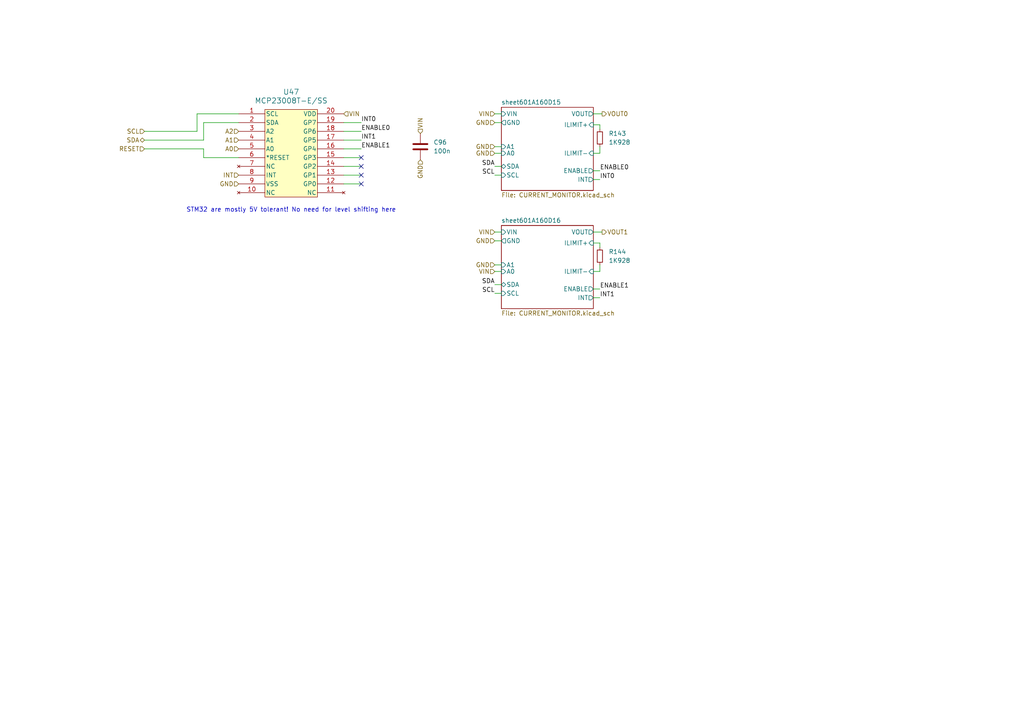
<source format=kicad_sch>
(kicad_sch (version 20231120) (generator "eeschema") (generator_version "8.0")
  (paper "A4")
  (lib_symbols
    (symbol "Device:C" (pin_numbers hide) (pin_names (offset 0.254))
      (property "Reference" "C" (at 0.635 2.54 0))
      (property "Value" "C" (at 0.635 -2.54 0))
      (symbol "C_0_1"
        (polyline (pts (xy -2.032 -0.762) (xy 2.032 -0.762)) (stroke (width 0.508)))
        (polyline (pts (xy -2.032 0.762) (xy 2.032 0.762)) (stroke (width 0.508)))
      )
      (symbol "C_1_1"
        (pin passive line (at 0 3.81 270) (length 2.794) (name "~") (number "1"))
        (pin passive line (at 0 -3.81 90) (length 2.794) (name "~") (number "2"))
      )
    )
    (symbol "Device:R_Small" (pin_numbers hide) (pin_names (offset 0.254) hide)
      (property "Reference" "R" (at 0.762 0.508 0))
      (property "Value" "R_Small" (at 0.762 -1.016 0))
      (symbol "R_Small_0_1"
        (rectangle (start -0.762 1.778) (end 0.762 -1.778) (stroke (width 0.2032)))
      )
      (symbol "R_Small_1_1"
        (pin passive line (at 0 2.54 270) (length 0.762) (name "~") (number "1"))
        (pin passive line (at 0 -2.54 90) (length 0.762) (name "~") (number "2"))
      )
    )
    (symbol "Project:MCP23008T-E_SS" (pin_names (offset 0.254))
      (property "Reference" "U" (at 22.86 10.16 0))
      (property "Value" "MCP23008T-E/SS" (at 22.86 7.62 0))
      (symbol "MCP23008T-E_SS_1_1"
        (rectangle (start 15.24 1.27) (end 30.48 -24.13) (fill (type background)))
        (pin bidirectional line (at 7.62 0 0) (length 7.62) (name "SCL") (number "1"))
        (pin no_connect line (at 7.62 -22.86 0) (length 7.62) (name "NC") (number "10"))
        (pin no_connect line (at 38.1 -22.86 180) (length 7.62) (name "NC") (number "11"))
        (pin bidirectional line (at 38.1 -20.32 180) (length 7.62) (name "GP0") (number "12"))
        (pin bidirectional line (at 38.1 -17.78 180) (length 7.62) (name "GP1") (number "13"))
        (pin bidirectional line (at 38.1 -15.24 180) (length 7.62) (name "GP2") (number "14"))
        (pin bidirectional line (at 38.1 -12.7 180) (length 7.62) (name "GP3") (number "15"))
        (pin bidirectional line (at 38.1 -10.16 180) (length 7.62) (name "GP4") (number "16"))
        (pin bidirectional line (at 38.1 -7.62 180) (length 7.62) (name "GP5") (number "17"))
        (pin bidirectional line (at 38.1 -5.08 180) (length 7.62) (name "GP6") (number "18"))
        (pin bidirectional line (at 38.1 -2.54 180) (length 7.62) (name "GP7") (number "19"))
        (pin bidirectional line (at 7.62 -2.54 0) (length 7.62) (name "SDA") (number "2"))
        (pin power_in line (at 38.1 0 180) (length 7.62) (name "VDD") (number "20"))
        (pin bidirectional line (at 7.62 -5.08 0) (length 7.62) (name "A2") (number "3"))
        (pin bidirectional line (at 7.62 -7.62 0) (length 7.62) (name "A1") (number "4"))
        (pin bidirectional line (at 7.62 -10.16 0) (length 7.62) (name "A0") (number "5"))
        (pin input line (at 7.62 -12.7 0) (length 7.62) (name "*RESET") (number "6"))
        (pin no_connect line (at 7.62 -15.24 0) (length 7.62) (name "NC") (number "7"))
        (pin output line (at 7.62 -17.78 0) (length 7.62) (name "INT") (number "8"))
        (pin power_in line (at 7.62 -20.32 0) (length 7.62) (name "VSS") (number "9"))
      )
    )
  )
  (no_connect (at 104.775 48.26))
  (no_connect (at 104.775 53.34))
  (no_connect (at 104.775 50.8))
  (no_connect (at 104.775 45.72))
  (wire (pts (xy 104.775 35.56) (xy 99.695 35.56)))
  (wire (pts (xy 104.775 38.1) (xy 99.695 38.1)))
  (wire (pts (xy 172.085 44.45) (xy 173.99 44.45)))
  (wire (pts (xy 173.99 52.07) (xy 172.085 52.07)))
  (wire (pts (xy 174.625 33.02) (xy 172.085 33.02)))
  (wire (pts (xy 174.625 67.31) (xy 172.085 67.31)))
  (wire (pts (xy 173.99 78.74) (xy 173.99 76.835)))
  (wire (pts (xy 143.51 48.26) (xy 145.415 48.26)))
  (wire (pts (xy 143.51 78.74) (xy 145.415 78.74)))
  (wire (pts (xy 173.99 49.53) (xy 172.085 49.53)))
  (wire (pts (xy 104.775 53.34) (xy 99.695 53.34)))
  (wire (pts (xy 59.055 40.64) (xy 59.055 35.56)))
  (wire (pts (xy 143.51 35.56) (xy 145.415 35.56)))
  (wire (pts (xy 143.51 33.02) (xy 145.415 33.02)))
  (wire (pts (xy 143.51 69.85) (xy 145.415 69.85)))
  (wire (pts (xy 57.15 33.02) (xy 69.215 33.02)))
  (wire (pts (xy 57.15 33.02) (xy 57.15 38.1)))
  (wire (pts (xy 172.085 36.195) (xy 173.99 36.195)))
  (wire (pts (xy 173.99 44.45) (xy 173.99 42.545)))
  (wire (pts (xy 41.91 38.1) (xy 57.15 38.1)))
  (wire (pts (xy 59.055 35.56) (xy 69.215 35.56)))
  (wire (pts (xy 104.775 40.64) (xy 99.695 40.64)))
  (wire (pts (xy 41.91 43.18) (xy 59.055 43.18)))
  (wire (pts (xy 143.51 76.835) (xy 145.415 76.835)))
  (wire (pts (xy 143.51 82.55) (xy 145.415 82.55)))
  (wire (pts (xy 173.99 83.82) (xy 172.085 83.82)))
  (wire (pts (xy 104.775 48.26) (xy 99.695 48.26)))
  (wire (pts (xy 104.775 45.72) (xy 99.695 45.72)))
  (wire (pts (xy 41.91 40.64) (xy 59.055 40.64)))
  (wire (pts (xy 143.51 85.09) (xy 145.415 85.09)))
  (wire (pts (xy 173.99 70.485) (xy 173.99 71.755)))
  (wire (pts (xy 143.51 67.31) (xy 145.415 67.31)))
  (wire (pts (xy 59.055 43.18) (xy 59.055 45.72)))
  (wire (pts (xy 172.085 78.74) (xy 173.99 78.74)))
  (wire (pts (xy 104.775 50.8) (xy 99.695 50.8)))
  (wire (pts (xy 172.085 70.485) (xy 173.99 70.485)))
  (wire (pts (xy 104.775 43.18) (xy 99.695 43.18)))
  (wire (pts (xy 143.51 44.45) (xy 145.415 44.45)))
  (wire (pts (xy 173.99 86.36) (xy 172.085 86.36)))
  (wire (pts (xy 143.51 50.8) (xy 145.415 50.8)))
  (wire (pts (xy 143.51 42.545) (xy 145.415 42.545)))
  (wire (pts (xy 173.99 36.195) (xy 173.99 37.465)))
  (wire (pts (xy 59.055 45.72) (xy 69.215 45.72)))
  (text "STM32 are mostly 5V tolerant! No need for level shifting here" (at 84.455 60.96 0) (effects (font (size 1.27 1.27))))
  (label "SDA" (at 143.51 82.55 180))
  (label "INT0" (at 104.775 35.56 0))
  (label "INT1" (at 104.775 40.64 0))
  (label "ENABLE0" (at 173.99 49.53 0))
  (label "INT1" (at 173.99 86.36 0))
  (label "ENABLE1" (at 104.775 43.18 0))
  (label "ENABLE0" (at 104.775 38.1 0))
  (label "SDA" (at 143.51 48.26 180))
  (label "SCL" (at 143.51 50.8 180))
  (label "SCL" (at 143.51 85.09 180))
  (label "ENABLE1" (at 173.99 83.82 0))
  (label "INT0" (at 173.99 52.07 0))
  (hierarchical_label "A1" (shape input) (at 69.215 40.64 180))
  (hierarchical_label "SDA" (shape bidirectional) (at 41.91 40.64 180))
  (hierarchical_label "VIN" (shape input) (at 121.92 38.735 90))
  (hierarchical_label "SCL" (shape input) (at 41.91 38.1 180))
  (hierarchical_label "VIN" (shape input) (at 143.51 78.74 180))
  (hierarchical_label "GND" (shape input) (at 143.51 44.45 180))
  (hierarchical_label "GND" (shape input) (at 69.215 53.34 180))
  (hierarchical_label "GND" (shape input) (at 121.92 46.355 270))
  (hierarchical_label "VIN" (shape input) (at 143.51 67.31 180))
  (hierarchical_label "VOUT0" (shape output) (at 174.625 33.02 0))
  (hierarchical_label "A0" (shape input) (at 69.215 43.18 180))
  (hierarchical_label "VIN" (shape input) (at 99.695 33.02 0))
  (hierarchical_label "RESET" (shape input) (at 41.91 43.18 180))
  (hierarchical_label "GND" (shape input) (at 143.51 35.56 180))
  (hierarchical_label "VIN" (shape input) (at 143.51 33.02 180))
  (hierarchical_label "A2" (shape input) (at 69.215 38.1 180))
  (hierarchical_label "INT" (shape input) (at 69.215 50.8 180))
  (hierarchical_label "GND" (shape input) (at 143.51 42.545 180))
  (hierarchical_label "VOUT1" (shape output) (at 174.625 67.31 0))
  (hierarchical_label "GND" (shape input) (at 143.51 76.835 180))
  (hierarchical_label "GND" (shape input) (at 143.51 69.85 180))
  (symbol (lib_id "Project:MCP23008T-E_SS") (at 61.595 33.02 0) (unit 1)
    (property "Reference" "U47" (at 84.455 26.67 0) (effects (font (size 1.524 1.524))))
    (property "Value" "MCP23008T-E/SS" (at 84.455 29.21 0) (effects (font (size 1.524 1.524))))
    (property "Footprint" "Package_SO:SSOP-20_5.3x7.2mm_P0.65mm" (effects (hide yes)))
    (property "Datasheet" "MCP23008T-E/SS" (effects (hide yes)))
  )
  (symbol (lib_id "Device:R_Small") (at 173.99 40.005 0) (unit 1)
    (property "Reference" "R143" (at 176.53 38.7349 0) (effects (justify left)))
    (property "Value" "1K928" (at 176.53 41.2749 0) (effects (justify left)))
    (property "Footprint" "Resistor_SMD:R_0603_1608Metric_Pad0.98x0.95mm_HandSolder" (effects (hide yes)))
    (property "Description" "Resistor, small symbol" (effects (hide yes)))
  )
  (symbol (lib_id "Device:C") (at 121.92 42.545 0) (unit 1)
    (property "Reference" "C96" (at 125.73 41.2749 0) (effects (justify left)))
    (property "Value" "100n" (at 125.73 43.8149 0) (effects (justify left)))
    (property "Footprint" "Capacitor_SMD:C_0402_1005Metric_Pad0.74x0.62mm_HandSolder" (effects (hide yes)))
    (property "Description" "Unpolarized capacitor" (effects (hide yes)))
  )
  (symbol (lib_id "Device:R_Small") (at 173.99 74.295 0) (unit 1)
    (property "Reference" "R144" (at 176.53 73.0249 0) (effects (justify left)))
    (property "Value" "1K928" (at 176.53 75.5649 0) (effects (justify left)))
    (property "Footprint" "Resistor_SMD:R_0603_1608Metric_Pad0.98x0.95mm_HandSolder" (effects (hide yes)))
    (property "Description" "Resistor, small symbol" (effects (hide yes)))
  )
  (sheet (at 145.415 31.115) (size 26.67 24.13)
    (property "Sheetname" "sheet601A160D15" (at 145.415 30.4034 0) (effects (justify left bottom)))
    (property "Sheetfile" "CURRENT_MONITOR.kicad_sch" (at 145.415 55.8296 0) (effects (justify left top)))
    (pin "VOUT" output (at 172.085 33.02 0))
    (pin "VIN" input (at 145.415 33.02 180))
    (pin "GND" output (at 145.415 35.56 180))
    (pin "A1" input (at 145.415 42.545 180))
    (pin "ENABLE" output (at 172.085 49.53 0))
    (pin "A0" input (at 145.415 44.45 180))
    (pin "SDA" bidirectional (at 145.415 48.26 180))
    (pin "SCL" input (at 145.415 50.8 180))
    (pin "ILIMIT+" input (at 172.085 36.195 0))
    (pin "ILIMIT-" input (at 172.085 44.45 0))
    (pin "INT" output (at 172.085 52.07 0))
  )
  (sheet (at 145.415 65.405) (size 26.67 24.13)
    (property "Sheetname" "sheet601A160D16" (at 145.415 64.6934 0) (effects (justify left bottom)))
    (property "Sheetfile" "CURRENT_MONITOR.kicad_sch" (at 145.415 90.1196 0) (effects (justify left top)))
    (pin "VOUT" output (at 172.085 67.31 0))
    (pin "VIN" input (at 145.415 67.31 180))
    (pin "GND" output (at 145.415 69.85 180))
    (pin "A1" input (at 145.415 76.835 180))
    (pin "ENABLE" output (at 172.085 83.82 0))
    (pin "A0" input (at 145.415 78.74 180))
    (pin "SDA" bidirectional (at 145.415 82.55 180))
    (pin "SCL" input (at 145.415 85.09 180))
    (pin "ILIMIT+" input (at 172.085 70.485 0))
    (pin "ILIMIT-" input (at 172.085 78.74 0))
    (pin "INT" output (at 172.085 86.36 0))
  )
)
</source>
